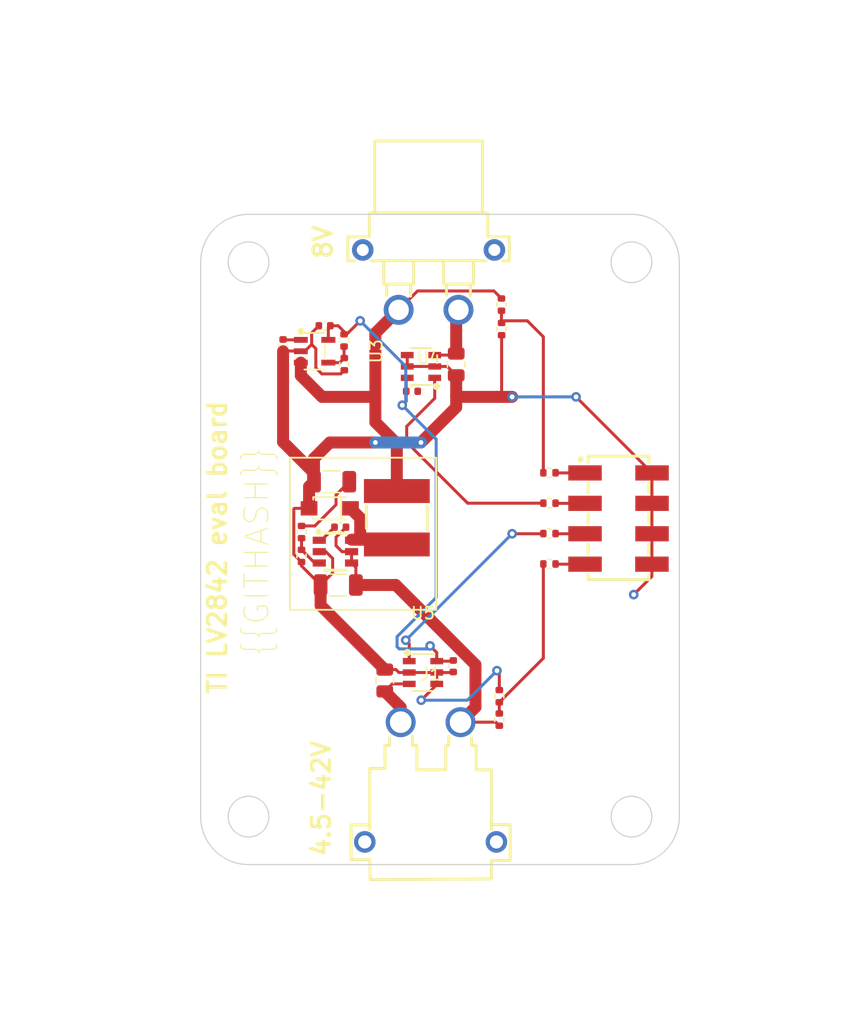
<source format=kicad_pcb>
(kicad_pcb (version 20221018) (generator pcbnew)
  (layers (0 "F.Cu" signal) (31 "B.Cu" signal) (34 "B.Paste" user) (35 "F.Paste" user) (36 "B.SilkS" user "B.Silkscreen") (37 "F.SilkS" user "F.Silkscreen") (38 "B.Mask" user) (39 "F.Mask" user) (44 "Edge.Cuts" user))
  (net 0 "")
  (net 1 "gnd")
  (net 2 "SW")
  (net 3 "vcc-1")
  (net 4 "vcc")
  (net 5 "vcc-2")
  (net 6 "gnd-1")
  (net 7 "vcc-3")
  (net 8 "gnd-2")
  (net 9 "io-3")
  (net 10 "io-4")
  (net 11 "io")
  (net 12 "io-1")
  (net 13 "_1")
  (net 14 "io-2")
  (net 15 "_3")
  (net 16 "_5")
  (net 17 "_7")
  (net 18 "io-5")
  (footprint "lib:C1206" (layer "F.Cu") (at 128.274036 102.110573 180)
    (fp_text reference "C2" hide)
    (fp_text value "Multilayer Ceramic Capacitors MLCC - SMD/SMT 4.7uF 50V 1206 RoHS")
    (fp_line (start -0.711252 -0.91) (end 0.711252 -0.91) (stroke (width 0.12)) (layer "F.SilkS"))
    (fp_line (start -0.711252 0.91) (end 0.711252 0.91) (stroke (width 0.12)) (layer "F.SilkS"))
    (pad "1" smd roundrect (at -1.475 0 180) (size 1.15 1.8) (layers "F.Cu" "F.Paste" "F.Mask") (roundrect_rratio 0.217391) (net 3 "vcc-1"))
    (pad "2" smd roundrect (at 1.475 0 180) (size 1.15 1.8) (layers "F.Cu" "F.Paste" "F.Mask") (roundrect_rratio 0.217391) (net 1 "gnd"))
  )
  (footprint "lib:SOT-23-5_L3.0-W1.7-P0.95-LS2.8-BL" (layer "F.Cu") (at 126.849002 91.216682 -90)
    (fp_text reference "U3" (at 0 -5.15 -90) (layer "F.SilkS"))
    (fp_text value "")
    (fp_line (start -1.53 0.85) (end -1.53 -0.85) (stroke (width 0.15)) (layer "F.SilkS"))
    (fp_line (start 0.48 -0.85) (end -0.48 -0.85) (stroke (width 0.15)) (layer "F.SilkS"))
    (fp_line (start 1.53 0.85) (end 1.53 -0.85) (stroke (width 0.15)) (layer "F.SilkS"))
    (fp_circle (center -1.65 1.14) (end -1.5 1.14) (stroke (width 0.3)) (fill none) (layer "F.SilkS"))
    (pad "1" smd rect (at -0.95 1.15 270) (size 0.49 1.16) (layers "F.Cu" "F.Paste" "F.Mask") (net 3 "vcc-1"))
    (pad "2" smd rect (at 0 1.15 270) (size 0.49 1.16) (layers "F.Cu" "F.Paste" "F.Mask") (net 1 "gnd"))
    (pad "3" smd rect (at 0.95 1.15 270) (size 0.49 1.16) (layers "F.Cu" "F.Paste" "F.Mask") (net 3 "vcc-1"))
    (pad "4" smd rect (at 0.95 -1.15 270) (size 0.49 1.18) (layers "F.Cu" "F.Paste" "F.Mask") (net 18 "io-5"))
    (pad "5" smd rect (at -0.95 -1.15 270) (size 0.49 1.18) (layers "F.Cu" "F.Paste" "F.Mask") (net 7 "vcc-3"))
  )
  (footprint "lib:R0402" (layer "F.Cu") (at 142.285961 120.018202 90)
    (fp_text reference "R12" hide)
    (fp_text value "Chip Resistor - Surface Mount 10KOhms ±5% 1/16W 0402 RoHS")
    (fp_line (start -0.153641 -0.38) (end 0.153641 -0.38) (stroke (width 0.12)) (layer "F.SilkS"))
    (fp_line (start -0.153641 0.38) (end 0.153641 0.38) (stroke (width 0.12)) (layer "F.SilkS"))
    (pad "1" smd roundrect (at -0.51 0 90) (size 0.54 0.64) (layers "F.Cu" "F.Paste" "F.Mask") (net 10 "io-4"))
    (pad "2" smd roundrect (at 0.51 0 90) (size 0.54 0.64) (layers "F.Cu" "F.Paste" "F.Mask") (net 1 "gnd"))
  )
  (footprint "lib:R0402" (layer "F.Cu") (at 142.478485 89.366106 -90)
    (fp_text reference "R14" hide)
    (fp_text value "Chip Resistor - Surface Mount 10KOhms ±5% 1/16W 0402 RoHS")
    (fp_line (start -0.153641 -0.38) (end 0.153641 -0.38) (stroke (width 0.12)) (layer "F.SilkS"))
    (fp_line (start -0.153641 0.38) (end 0.153641 0.38) (stroke (width 0.12)) (layer "F.SilkS"))
    (pad "1" smd roundrect (at -0.51 0 270) (size 0.54 0.64) (layers "F.Cu" "F.Paste" "F.Mask") (net 12 "io-1"))
    (pad "2" smd roundrect (at 0.51 0 270) (size 0.54 0.64) (layers "F.Cu" "F.Paste" "F.Mask") (net 1 "gnd"))
  )
  (footprint "lib:R0402" (layer "F.Cu") (at 142.465672 87.322705 -90)
    (fp_text reference "R13" hide)
    (fp_text value "Chip Resistor - Surface Mount 20KOhms ±5% 1/16W 0402 RoHS")
    (fp_line (start -0.153641 -0.38) (end 0.153641 -0.38) (stroke (width 0.12)) (layer "F.SilkS"))
    (fp_line (start -0.153641 0.38) (end 0.153641 0.38) (stroke (width 0.12)) (layer "F.SilkS"))
    (pad "1" smd roundrect (at -0.51 0 270) (size 0.54 0.64) (layers "F.Cu" "F.Paste" "F.Mask") (net 3 "vcc-1"))
    (pad "2" smd roundrect (at 0.51 0 270) (size 0.54 0.64) (layers "F.Cu" "F.Paste" "F.Mask") (net 12 "io-1"))
  )
  (footprint "lib:C0402" (layer "F.Cu") (at 128.993672 105.90712)
    (fp_text reference "C3" hide)
    (fp_text value "Multilayer Ceramic Capacitors MLCC - SMD/SMT 220nF 25V 0402 RoHS")
    (fp_line (start -0.107836 -0.36) (end 0.107836 -0.36) (stroke (width 0.12)) (layer "F.SilkS"))
    (fp_line (start -0.107836 0.36) (end 0.107836 0.36) (stroke (width 0.12)) (layer "F.SilkS"))
    (pad "1" smd roundrect (at -0.48 0) (size 0.56 0.62) (layers "F.Cu" "F.Paste" "F.Mask") (net 5 "vcc-2"))
    (pad "2" smd roundrect (at 0.48 0) (size 0.56 0.62) (layers "F.Cu" "F.Paste" "F.Mask") (net 4 "vcc"))
  )
  (footprint "lib:HDR-SMD_8P-P2.54-V-M-R2-C4-LS7.4" (layer "F.Cu") (at 152.249002 105.186682 -90)
    (fp_text reference "U2" hide)
    (fp_text value "")
    (fp_line (start -5.21 -2.54) (end -5.21 2.54) (stroke (width 0.25)) (layer "F.SilkS"))
    (fp_line (start -5.21 -2.54) (end -4.68 -2.54) (stroke (width 0.25)) (layer "F.SilkS"))
    (fp_line (start -5.21 2.54) (end -4.68 2.54) (stroke (width 0.25)) (layer "F.SilkS"))
    (fp_line (start -2.94 -2.54) (end -2.14 -2.54) (stroke (width 0.25)) (layer "F.SilkS"))
    (fp_line (start -2.94 2.54) (end -2.14 2.54) (stroke (width 0.25)) (layer "F.SilkS"))
    (fp_line (start -0.4 -2.54) (end 0.4 -2.54) (stroke (width 0.25)) (layer "F.SilkS"))
    (fp_line (start -0.4 2.54) (end 0.4 2.54) (stroke (width 0.25)) (layer "F.SilkS"))
    (fp_line (start 2.14 -2.54) (end 2.94 -2.54) (stroke (width 0.25)) (layer "F.SilkS"))
    (fp_line (start 2.14 2.54) (end 2.94 2.54) (stroke (width 0.25)) (layer "F.SilkS"))
    (fp_line (start 4.68 2.54) (end 5.1 2.54) (stroke (width 0.25)) (layer "F.SilkS"))
    (fp_line (start 5.1 -2.54) (end 4.68 -2.54) (stroke (width 0.25)) (layer "F.SilkS"))
    (fp_line (start 5.1 2.54) (end 5.1 -2.54) (stroke (width 0.25)) (layer "F.SilkS"))
    (fp_circle (center -4.95 3.17) (end -4.82 3.17) (stroke (width 0.25)) (fill none) (layer "F.SilkS"))
    (pad "1" smd rect (at -3.81 2.8 270) (size 1.27 2.8) (layers "F.Cu" "F.Paste" "F.Mask") (net 13 "_1"))
    (pad "2" smd rect (at -3.81 -2.8 270) (size 1.27 2.8) (layers "F.Cu" "F.Paste" "F.Mask") (net 1 "gnd"))
    (pad "3" smd rect (at -1.27 2.8 270) (size 1.27 2.8) (layers "F.Cu" "F.Paste" "F.Mask") (net 15 "_3"))
    (pad "4" smd rect (at -1.27 -2.8 270) (size 1.27 2.8) (layers "F.Cu" "F.Paste" "F.Mask") (net 1 "gnd"))
    (pad "5" smd rect (at 1.27 2.8 270) (size 1.27 2.8) (layers "F.Cu" "F.Paste" "F.Mask") (net 16 "_5"))
    (pad "6" smd rect (at 1.27 -2.8 270) (size 1.27 2.8) (layers "F.Cu" "F.Paste" "F.Mask") (net 1 "gnd"))
    (pad "7" smd rect (at 3.81 2.8 270) (size 1.27 2.8) (layers "F.Cu" "F.Paste" "F.Mask") (net 17 "_7"))
    (pad "8" smd rect (at 3.81 -2.79 270) (size 1.27 2.8) (layers "F.Cu" "F.Paste" "F.Mask") (net 1 "gnd"))
  )
  (footprint "lib:C0402" (layer "F.Cu") (at 127.68433 89.087906 180)
    (fp_text reference "C5" hide)
    (fp_text value "Multilayer Ceramic Capacitors MLCC - SMD/SMT 1uF 6.3V 0402 RoHS")
    (fp_line (start -0.107836 -0.36) (end 0.107836 -0.36) (stroke (width 0.12)) (layer "F.SilkS"))
    (fp_line (start -0.107836 0.36) (end 0.107836 0.36) (stroke (width 0.12)) (layer "F.SilkS"))
    (pad "1" smd roundrect (at -0.48 0 180) (size 0.56 0.62) (layers "F.Cu" "F.Paste" "F.Mask") (net 7 "vcc-3"))
    (pad "2" smd roundrect (at 0.48 0 180) (size 0.56 0.62) (layers "F.Cu" "F.Paste" "F.Mask") (net 1 "gnd"))
  )
  (footprint "lib:R0402" (layer "F.Cu") (at 146.475843 103.903093)
    (fp_text reference "R4" hide)
    (fp_text value "Chip Resistor - Surface Mount 1KOhms ±5% 1/16W 0402 RoHS")
    (fp_line (start -0.153641 -0.38) (end 0.153641 -0.38) (stroke (width 0.12)) (layer "F.SilkS"))
    (fp_line (start -0.153641 0.38) (end 0.153641 0.38) (stroke (width 0.12)) (layer "F.SilkS"))
    (pad "1" smd roundrect (at -0.51 0) (size 0.54 0.64) (layers "F.Cu" "F.Paste" "F.Mask") (net 14 "io-2"))
    (pad "2" smd roundrect (at 0.51 0) (size 0.54 0.64) (layers "F.Cu" "F.Paste" "F.Mask") (net 15 "_3"))
  )
  (footprint "lib:ato-2d2e488a-5f9f-46bd-846a-d9ea39a9e524" (layer "F.Cu") (at 133.721361 105.118639 -90)
    (fp_text reference "L1" hide)
    (fp_text value "1A 47uH ±20% SMD  Power Inductors ROHS")
    (fp_line (start -1.02 -2.54) (end 1.02 -2.54) (stroke (width 0.25)) (layer "F.SilkS"))
    (fp_line (start -1.02 2.54) (end 0.89 2.54) (stroke (width 0.25)) (layer "F.SilkS"))
    (pad "1" smd rect (at 2.23 0 270) (size 2 5.5) (layers "F.Cu" "F.Paste" "F.Mask") (net 2 "SW"))
    (pad "2" smd rect (at -2.23 0 270) (size 2 5.5) (layers "F.Cu" "F.Paste" "F.Mask") (net 3 "vcc-1"))
  )
  (footprint "lib:C1206" (layer "F.Cu") (at 128.823768 110.735038 180)
    (fp_text reference "C1" hide)
    (fp_text value "Multilayer Ceramic Capacitors MLCC - SMD/SMT 4.7uF 50V 1206 RoHS")
    (fp_line (start -0.711252 -0.91) (end 0.711252 -0.91) (stroke (width 0.12)) (layer "F.SilkS"))
    (fp_line (start -0.711252 0.91) (end 0.711252 0.91) (stroke (width 0.12)) (layer "F.SilkS"))
    (pad "1" smd roundrect (at -1.475 0 180) (size 1.15 1.8) (layers "F.Cu" "F.Paste" "F.Mask") (roundrect_rratio 0.217391) (net 4 "vcc"))
    (pad "2" smd roundrect (at 1.475 0 180) (size 1.15 1.8) (layers "F.Cu" "F.Paste" "F.Mask") (roundrect_rratio 0.217391) (net 1 "gnd"))
  )
  (footprint "lib:R0402" (layer "F.Cu") (at 142.285961 121.974585 90)
    (fp_text reference "R11" hide)
    (fp_text value "Chip Resistor - Surface Mount 20KOhms ±5% 1/16W 0402 RoHS")
    (fp_line (start -0.153641 -0.38) (end 0.153641 -0.38) (stroke (width 0.12)) (layer "F.SilkS"))
    (fp_line (start -0.153641 0.38) (end 0.153641 0.38) (stroke (width 0.12)) (layer "F.SilkS"))
    (pad "1" smd roundrect (at -0.51 0 90) (size 0.54 0.64) (layers "F.Cu" "F.Paste" "F.Mask") (net 4 "vcc"))
    (pad "2" smd roundrect (at 0.51 0 90) (size 0.54 0.64) (layers "F.Cu" "F.Paste" "F.Mask") (net 10 "io-4"))
  )
  (footprint "lib:CONN-TH_XT30PW-M" (layer "F.Cu") (at 136.543694 127.187873)
    (fp_text reference "J1" (at 0 -9) (layer "F.SilkS"))
    (fp_text value "")
    (fp_line (start -6.65 3.58) (end -6.65 6.48) (stroke (width 0.25)) (layer "F.SilkS"))
    (fp_line (start -6.65 3.58) (end -5.08 3.58) (stroke (width 0.25)) (layer "F.SilkS"))
    (fp_line (start -6.65 6.48) (end -5.08 6.48) (stroke (width 0.25)) (layer "F.SilkS"))
    (fp_line (start -5.08 -1.14) (end -5.08 -0.05) (stroke (width 0.25)) (layer "F.SilkS"))
    (fp_line (start -5.08 3.95) (end -5.08 -0.05) (stroke (width 0.25)) (layer "F.SilkS"))
    (fp_line (start -5.08 6.48) (end -5.05 8.15) (stroke (width 0.25)) (layer "F.SilkS"))
    (fp_line (start -5.05 8.15) (end 5.08 8.09) (stroke (width 0.25)) (layer "F.SilkS"))
    (fp_line (start -3.81 -3.05) (end -3.81 -1.14) (stroke (width 0.25)) (layer "F.SilkS"))
    (fp_line (start -3.81 -1.14) (end -5.08 -1.14) (stroke (width 0.25)) (layer "F.SilkS"))
    (fp_line (start -3.43 -3.68) (end -3.43 -3.05) (stroke (width 0.25)) (layer "F.SilkS"))
    (fp_line (start -3.43 -3.05) (end -3.81 -3.05) (stroke (width 0.25)) (layer "F.SilkS"))
    (fp_line (start -1.52 -3.81) (end -1.52 -3.05) (stroke (width 0.25)) (layer "F.SilkS"))
    (fp_line (start -1.52 -3.05) (end -1.14 -3.05) (stroke (width 0.25)) (layer "F.SilkS"))
    (fp_line (start -1.14 -3.05) (end -1.14 -1.02) (stroke (width 0.25)) (layer "F.SilkS"))
    (fp_line (start -1.14 -1.02) (end 1.27 -1.02) (stroke (width 0.25)) (layer "F.SilkS"))
    (fp_line (start 1.27 -3.05) (end 1.52 -3.05) (stroke (width 0.25)) (layer "F.SilkS"))
    (fp_line (start 1.27 -1.02) (end 1.27 -3.05) (stroke (width 0.25)) (layer "F.SilkS"))
    (fp_line (start 1.52 -3.05) (end 1.52 -3.81) (stroke (width 0.25)) (layer "F.SilkS"))
    (fp_line (start 3.43 -3.68) (end 3.43 -3.05) (stroke (width 0.25)) (layer "F.SilkS"))
    (fp_line (start 3.43 -3.05) (end 3.81 -3.05) (stroke (width 0.25)) (layer "F.SilkS"))
    (fp_line (start 3.81 -3.05) (end 3.81 -1.02) (stroke (width 0.25)) (layer "F.SilkS"))
    (fp_line (start 3.81 -1.02) (end 5.08 -1.02) (stroke (width 0.25)) (layer "F.SilkS"))
    (fp_line (start 5.08 -1.02) (end 5.08 -0.05) (stroke (width 0.25)) (layer "F.SilkS"))
    (fp_line (start 5.08 3.56) (end 6.65 3.56) (stroke (width 0.25)) (layer "F.SilkS"))
    (fp_line (start 5.08 3.95) (end 5.08 -0.05) (stroke (width 0.25)) (layer "F.SilkS"))
    (fp_line (start 5.08 6.55) (end 6.65 6.55) (stroke (width 0.25)) (layer "F.SilkS"))
    (fp_line (start 5.08 8.09) (end 5.08 6.55) (stroke (width 0.25)) (layer "F.SilkS"))
    (fp_line (start 6.65 3.56) (end 6.65 6.55) (stroke (width 0.25)) (layer "F.SilkS"))
    (pad "1" thru_hole circle (at -2.5 -5) (size 2.5 2.5) (drill 1.799996) (layers "*.Cu" "*.Mask") (net 6 "gnd-1"))
    (pad "2" thru_hole circle (at 2.5 -5) (size 2.5 2.5) (drill 1.799996) (layers "*.Cu" "*.Mask") (net 4 "vcc"))
    (pad "3" thru_hole circle (at 5.5 5) (size 1.8 1.8) (drill 1.100023) (layers "*.Cu" "*.Mask"))
    (pad "4" thru_hole circle (at -5.5 5) (size 1.8 1.8) (drill 1.100023) (layers "*.Cu" "*.Mask"))
  )
  (footprint "lib:R0402" (layer "F.Cu") (at 129.33152 92.29768 -90)
    (fp_text reference "R8" hide)
    (fp_text value "Chip Resistor - Surface Mount 10KOhms ±5% 1/16W 0402 RoHS")
    (fp_line (start -0.153641 -0.38) (end 0.153641 -0.38) (stroke (width 0.12)) (layer "F.SilkS"))
    (fp_line (start -0.153641 0.38) (end 0.153641 0.38) (stroke (width 0.12)) (layer "F.SilkS"))
    (pad "1" smd roundrect (at -0.51 0 270) (size 0.54 0.64) (layers "F.Cu" "F.Paste" "F.Mask") (net 18 "io-5"))
    (pad "2" smd roundrect (at 0.51 0 270) (size 0.54 0.64) (layers "F.Cu" "F.Paste" "F.Mask") (net 1 "gnd"))
  )
  (footprint "lib:SOT-23-6_L2.9-W1.6-P0.95-LS2.8-TL" (layer "F.Cu") (at 135.739002 92.486682 180)
    (fp_text reference "U6" hide)
    (fp_text value "")
    (fp_line (start -0.89 -1.54) (end 0.89 -1.54) (stroke (width 0.15)) (layer "F.SilkS"))
    (fp_line (start -0.89 1.54) (end 0.89 1.54) (stroke (width 0.15)) (layer "F.SilkS"))
    (fp_circle (center -1.3 -1.67) (end -1.15 -1.67) (stroke (width 0.3)) (fill none) (layer "F.SilkS"))
    (pad "1" smd rect (at -1.15 -0.95 90) (size 0.53 1.07) (layers "F.Cu" "F.Paste" "F.Mask") (net 14 "io-2"))
    (pad "2" smd rect (at -1.15 0 90) (size 0.53 1.07) (layers "F.Cu" "F.Paste" "F.Mask") (net 1 "gnd"))
    (pad "3" smd rect (at -1.15 0.95 90) (size 0.53 1.07) (layers "F.Cu" "F.Paste" "F.Mask") (net 8 "gnd-2"))
    (pad "4" smd rect (at 1.15 0.95 90) (size 0.53 1.07) (layers "F.Cu" "F.Paste" "F.Mask") (net 1 "gnd"))
    (pad "5" smd rect (at 1.15 0 90) (size 0.53 1.07) (layers "F.Cu" "F.Paste" "F.Mask") (net 1 "gnd"))
    (pad "6" smd rect (at 1.15 -0.95 90) (size 0.53 1.07) (layers "F.Cu" "F.Paste" "F.Mask") (net 7 "vcc-3"))
  )
  (footprint "lib:ato-d7ff14dd-2a74-44cb-99b3-1745d3b17ea0" (layer "F.Cu") (at 128.118104 104.33261 180)
    (fp_text reference "DS1" hide)
    (fp_text value "40V 0.55V@2A 2A SOD-123F  Schottky Barrier Diodes (SBD) ROHS")
    (fp_line (start -1.38 -0.93) (end 1.38 -0.93) (stroke (width 0.15)) (layer "F.SilkS"))
    (fp_line (start -1.38 0.93) (end 1.38 0.93) (stroke (width 0.15)) (layer "F.SilkS"))
    (fp_line (start -0.92 -0.88) (end -0.92 0.88) (stroke (width 0.15)) (layer "F.SilkS"))
    (fp_line (start 1.38 -0.93) (end 1.38 -0.73) (stroke (width 0.15)) (layer "F.SilkS"))
    (fp_line (start 1.38 0.93) (end 1.38 0.73) (stroke (width 0.15)) (layer "F.SilkS"))
    (pad "1" smd rect (at -1.73 0 180) (size 1.4 1.2) (layers "F.Cu" "F.Paste" "F.Mask") (net 2 "SW"))
    (pad "2" smd rect (at 1.73 0 180) (size 1.4 1.2) (layers "F.Cu" "F.Paste" "F.Mask") (net 1 "gnd"))
  )
  (footprint "lib:SOT-23-6_L2.9-W1.6-P0.95-LS2.8-BR" (layer "F.Cu") (at 128.59 107.95 180)
    (fp_text reference "U1" hide)
    (fp_text value "")
    (fp_line (start -0.9 -1.55) (end 0.9 -1.55) (stroke (width 0.25)) (layer "F.SilkS"))
    (fp_line (start -0.9 1.55) (end 0.9 1.55) (stroke (width 0.25)) (layer "F.SilkS"))
    (fp_circle (center 1.4 1.65) (end 1.53 1.65) (stroke (width 0.25)) (fill none) (layer "F.SilkS"))
    (pad "1" smd rect (at 1.35 0.95 180) (size 1.1 0.6) (layers "F.Cu" "F.Paste" "F.Mask") (net 5 "vcc-2"))
    (pad "2" smd rect (at 1.35 0 180) (size 1.1 0.6) (layers "F.Cu" "F.Paste" "F.Mask") (net 1 "gnd"))
    (pad "3" smd rect (at 1.35 -0.95 180) (size 1.1 0.6) (layers "F.Cu" "F.Paste" "F.Mask") (net 11 "io"))
    (pad "4" smd rect (at -1.35 -0.95 180) (size 1.1 0.6) (layers "F.Cu" "F.Paste" "F.Mask") (net 4 "vcc"))
    (pad "5" smd rect (at -1.35 0 180) (size 1.1 0.6) (layers "F.Cu" "F.Paste" "F.Mask") (net 4 "vcc"))
    (pad "6" smd rect (at -1.35 0.95 180) (size 1.1 0.6) (layers "F.Cu" "F.Paste" "F.Mask") (net 2 "SW"))
  )
  (footprint "lib:C0402" (layer "F.Cu") (at 124.215336 90.715643 -90)
    (fp_text reference "C4" hide)
    (fp_text value "Multilayer Ceramic Capacitors MLCC - SMD/SMT 1uF 6.3V 0402 RoHS")
    (fp_line (start -0.107836 -0.36) (end 0.107836 -0.36) (stroke (width 0.12)) (layer "F.SilkS"))
    (fp_line (start -0.107836 0.36) (end 0.107836 0.36) (stroke (width 0.12)) (layer "F.SilkS"))
    (pad "1" smd roundrect (at -0.48 0 270) (size 0.56 0.62) (layers "F.Cu" "F.Paste" "F.Mask") (net 3 "vcc-1"))
    (pad "2" smd roundrect (at 0.48 0 270) (size 0.56 0.62) (layers "F.Cu" "F.Paste" "F.Mask") (net 1 "gnd"))
  )
  (footprint "lib:SOT-23-6_L2.9-W1.6-P0.95-LS2.8-TL" (layer "F.Cu") (at 135.906799 118.043383)
    (fp_text reference "U5" (at 0 -4.95) (layer "F.SilkS"))
    (fp_text value "")
    (fp_line (start -0.89 -1.54) (end 0.89 -1.54) (stroke (width 0.15)) (layer "F.SilkS"))
    (fp_line (start -0.89 1.54) (end 0.89 1.54) (stroke (width 0.15)) (layer "F.SilkS"))
    (fp_circle (center -1.3 -1.67) (end -1.15 -1.67) (stroke (width 0.3)) (fill none) (layer "F.SilkS"))
    (pad "1" smd rect (at -1.15 -0.95 270) (size 0.53 1.07) (layers "F.Cu" "F.Paste" "F.Mask") (net 9 "io-3"))
    (pad "2" smd rect (at -1.15 0 270) (size 0.53 1.07) (layers "F.Cu" "F.Paste" "F.Mask") (net 1 "gnd"))
    (pad "3" smd rect (at -1.15 0.95 270) (size 0.53 1.07) (layers "F.Cu" "F.Paste" "F.Mask") (net 6 "gnd-1"))
    (pad "4" smd rect (at 1.15 0.95 270) (size 0.53 1.07) (layers "F.Cu" "F.Paste" "F.Mask") (net 1 "gnd"))
    (pad "5" smd rect (at 1.15 0 270) (size 0.53 1.07) (layers "F.Cu" "F.Paste" "F.Mask") (net 1 "gnd"))
    (pad "6" smd rect (at 1.15 -0.95 270) (size 0.53 1.07) (layers "F.Cu" "F.Paste" "F.Mask") (net 7 "vcc-3"))
  )
  (footprint "lib:C0402" (layer "F.Cu") (at 138.440226 117.51645 -90)
    (fp_text reference "C6" hide)
    (fp_text value "Multilayer Ceramic Capacitors MLCC - SMD/SMT 100nF 10V 0402 RoHS")
    (fp_line (start -0.107836 -0.36) (end 0.107836 -0.36) (stroke (width 0.12)) (layer "F.SilkS"))
    (fp_line (start -0.107836 0.36) (end 0.107836 0.36) (stroke (width 0.12)) (layer "F.SilkS"))
    (pad "1" smd roundrect (at -0.48 0 270) (size 0.56 0.62) (layers "F.Cu" "F.Paste" "F.Mask") (net 7 "vcc-3"))
    (pad "2" smd roundrect (at 0.48 0 270) (size 0.56 0.62) (layers "F.Cu" "F.Paste" "F.Mask") (net 1 "gnd"))
  )
  (footprint "lib:R0402" (layer "F.Cu") (at 125.757266 106.312903 -90)
    (fp_text reference "R1" hide)
    (fp_text value "Chip Resistor - Surface Mount 82KOhms ±5% 1/16W 0402 RoHS")
    (fp_line (start -0.153641 -0.38) (end 0.153641 -0.38) (stroke (width 0.12)) (layer "F.SilkS"))
    (fp_line (start -0.153641 0.38) (end 0.153641 0.38) (stroke (width 0.12)) (layer "F.SilkS"))
    (pad "1" smd roundrect (at -0.51 0 270) (size 0.54 0.64) (layers "F.Cu" "F.Paste" "F.Mask") (net 3 "vcc-1"))
    (pad "2" smd roundrect (at 0.51 0 270) (size 0.54 0.64) (layers "F.Cu" "F.Paste" "F.Mask") (net 11 "io"))
  )
  (footprint "lib:R0805" (layer "F.Cu") (at 132.713515 118.709515 90)
    (fp_text reference "R9" hide)
    (fp_text value "Chip Resistor - Surface Mount 0.18Ohms ±5% 1/8W 0805 RoHS")
    (fp_line (start -0.227064 -0.735) (end 0.227064 -0.735) (stroke (width 0.12)) (layer "F.SilkS"))
    (fp_line (start -0.227064 0.735) (end 0.227064 0.735) (stroke (width 0.12)) (layer "F.SilkS"))
    (pad "1" smd roundrect (at -0.9125 0 90) (size 1.025 1.4) (layers "F.Cu" "F.Paste" "F.Mask") (roundrect_rratio 0.243902) (net 6 "gnd-1"))
    (pad "2" smd roundrect (at 0.9125 0 90) (size 1.025 1.4) (layers "F.Cu" "F.Paste" "F.Mask") (roundrect_rratio 0.243902) (net 1 "gnd"))
  )
  (footprint "lib:R0402" (layer "F.Cu") (at 146.475843 101.365364)
    (fp_text reference "R3" hide)
    (fp_text value "Chip Resistor - Surface Mount 1KOhms ±5% 1/16W 0402 RoHS")
    (fp_line (start -0.153641 -0.38) (end 0.153641 -0.38) (stroke (width 0.12)) (layer "F.SilkS"))
    (fp_line (start -0.153641 0.38) (end 0.153641 0.38) (stroke (width 0.12)) (layer "F.SilkS"))
    (pad "1" smd roundrect (at -0.51 0) (size 0.54 0.64) (layers "F.Cu" "F.Paste" "F.Mask") (net 12 "io-1"))
    (pad "2" smd roundrect (at 0.51 0) (size 0.54 0.64) (layers "F.Cu" "F.Paste" "F.Mask") (net 13 "_1"))
  )
  (footprint "lib:C0402" (layer "F.Cu") (at 134.985481 94.558543)
    (fp_text reference "C7" hide)
    (fp_text value "Multilayer Ceramic Capacitors MLCC - SMD/SMT 100nF 10V 0402 RoHS")
    (fp_line (start -0.107836 -0.36) (end 0.107836 -0.36) (stroke (width 0.12)) (layer "F.SilkS"))
    (fp_line (start -0.107836 0.36) (end 0.107836 0.36) (stroke (width 0.12)) (layer "F.SilkS"))
    (pad "1" smd roundrect (at -0.48 0) (size 0.56 0.62) (layers "F.Cu" "F.Paste" "F.Mask") (net 7 "vcc-3"))
    (pad "2" smd roundrect (at 0.48 0) (size 0.56 0.62) (layers "F.Cu" "F.Paste" "F.Mask") (net 1 "gnd"))
  )
  (footprint "lib:R0402" (layer "F.Cu") (at 129.312067 90.313456 -90)
    (fp_text reference "R7" hide)
    (fp_text value "Chip Resistor - Surface Mount 18KOhms ±5% 1/16W 0402 RoHS")
    (fp_line (start -0.153641 -0.38) (end 0.153641 -0.38) (stroke (width 0.12)) (layer "F.SilkS"))
    (fp_line (start -0.153641 0.38) (end 0.153641 0.38) (stroke (width 0.12)) (layer "F.SilkS"))
    (pad "1" smd roundrect (at -0.51 0 270) (size 0.54 0.64) (layers "F.Cu" "F.Paste" "F.Mask") (net 7 "vcc-3"))
    (pad "2" smd roundrect (at 0.51 0 270) (size 0.54 0.64) (layers "F.Cu" "F.Paste" "F.Mask") (net 18 "io-5"))
  )
  (footprint "lib:R0402" (layer "F.Cu") (at 146.475843 106.440822)
    (fp_text reference "R5" hide)
    (fp_text value "Chip Resistor - Surface Mount 1KOhms ±5% 1/16W 0402 RoHS")
    (fp_line (start -0.153641 -0.38) (end 0.153641 -0.38) (stroke (width 0.12)) (layer "F.SilkS"))
    (fp_line (start -0.153641 0.38) (end 0.153641 0.38) (stroke (width 0.12)) (layer "F.SilkS"))
    (pad "1" smd roundrect (at -0.51 0) (size 0.54 0.64) (layers "F.Cu" "F.Paste" "F.Mask") (net 9 "io-3"))
    (pad "2" smd roundrect (at 0.51 0) (size 0.54 0.64) (layers "F.Cu" "F.Paste" "F.Mask") (net 16 "_5"))
  )
  (footprint "lib:R0805" (layer "F.Cu") (at 138.683086 92.318321 -90)
    (fp_text reference "R10" hide)
    (fp_text value "Chip Resistor - Surface Mount 0.18Ohms ±5% 1/8W 0805 RoHS")
    (fp_line (start -0.227064 -0.735) (end 0.227064 -0.735) (stroke (width 0.12)) (layer "F.SilkS"))
    (fp_line (start -0.227064 0.735) (end 0.227064 0.735) (stroke (width 0.12)) (layer "F.SilkS"))
    (pad "1" smd roundrect (at -0.9125 0 270) (size 1.025 1.4) (layers "F.Cu" "F.Paste" "F.Mask") (roundrect_rratio 0.243902) (net 8 "gnd-2"))
    (pad "2" smd roundrect (at 0.9125 0 270) (size 1.025 1.4) (layers "F.Cu" "F.Paste" "F.Mask") (roundrect_rratio 0.243902) (net 1 "gnd"))
  )
  (footprint "lib:R0402" (layer "F.Cu") (at 146.475843 108.978551)
    (fp_text reference "R6" hide)
    (fp_text value "Chip Resistor - Surface Mount 1KOhms ±5% 1/16W 0402 RoHS")
    (fp_line (start -0.153641 -0.38) (end 0.153641 -0.38) (stroke (width 0.12)) (layer "F.SilkS"))
    (fp_line (start -0.153641 0.38) (end 0.153641 0.38) (stroke (width 0.12)) (layer "F.SilkS"))
    (pad "1" smd roundrect (at -0.51 0) (size 0.54 0.64) (layers "F.Cu" "F.Paste" "F.Mask") (net 10 "io-4"))
    (pad "2" smd roundrect (at 0.51 0) (size 0.54 0.64) (layers "F.Cu" "F.Paste" "F.Mask") (net 17 "_7"))
  )
  (footprint "lib:CONN-TH_XT30PW-F-1" (layer "F.Cu") (at 136.373999 85.260358 180)
    (fp_text reference "U4" (at 0 -6.5 180) (layer "F.SilkS"))
    (fp_text value "")
    (fp_line (start -6.75 1.6) (end -6.75 3.6) (stroke (width 0.25)) (layer "F.SilkS"))
    (fp_line (start -6.75 3.6) (end -4.95 3.6) (stroke (width 0.25)) (layer "F.SilkS"))
    (fp_line (start -6.18 1.6) (end -6.75 1.6) (stroke (width 0.25)) (layer "F.SilkS"))
    (fp_line (start -4.95 5.6) (end -4.95 3.6) (stroke (width 0.25)) (layer "F.SilkS"))
    (fp_line (start -4.81 1.6) (end 4.82 1.6) (stroke (width 0.25)) (layer "F.SilkS"))
    (fp_line (start -4.5 11.6) (end -4.5 5.6) (stroke (width 0.25)) (layer "F.SilkS"))
    (fp_line (start -4.5 11.6) (end 4.5 11.6) (stroke (width 0.25)) (layer "F.SilkS"))
    (fp_line (start -3.75 -0.35) (end -1.25 -0.35) (stroke (width 0.25)) (layer "F.SilkS"))
    (fp_line (start -3.75 1.6) (end -3.75 -0.35) (stroke (width 0.25)) (layer "F.SilkS"))
    (fp_line (start -3.5 -0.35) (end -3.5 -1.35) (stroke (width 0.25)) (layer "F.SilkS"))
    (fp_line (start -1.5 -0.35) (end -1.5 -1.29) (stroke (width 0.25)) (layer "F.SilkS"))
    (fp_line (start -1.25 1.6) (end -1.25 -0.35) (stroke (width 0.25)) (layer "F.SilkS"))
    (fp_line (start 1.25 -0.35) (end 3.75 -0.35) (stroke (width 0.25)) (layer "F.SilkS"))
    (fp_line (start 1.25 1.6) (end 1.25 -0.35) (stroke (width 0.25)) (layer "F.SilkS"))
    (fp_line (start 1.5 -0.35) (end 1.5 -1.35) (stroke (width 0.25)) (layer "F.SilkS"))
    (fp_line (start 3.5 -0.35) (end 3.5 -1.29) (stroke (width 0.25)) (layer "F.SilkS"))
    (fp_line (start 3.75 1.6) (end 3.75 -0.35) (stroke (width 0.25)) (layer "F.SilkS"))
    (fp_line (start 4.5 11.6) (end 4.5 5.6) (stroke (width 0.25)) (layer "F.SilkS"))
    (fp_line (start 4.95 5.6) (end -4.95 5.6) (stroke (width 0.25)) (layer "F.SilkS"))
    (fp_line (start 4.95 5.6) (end 4.95 3.6) (stroke (width 0.25)) (layer "F.SilkS"))
    (fp_line (start 6.19 1.6) (end 6.75 1.6) (stroke (width 0.25)) (layer "F.SilkS"))
    (fp_line (start 6.75 1.6) (end 6.75 3.6) (stroke (width 0.25)) (layer "F.SilkS"))
    (fp_line (start 6.75 3.6) (end 4.95 3.6) (stroke (width 0.25)) (layer "F.SilkS"))
    (pad "1" thru_hole circle (at -2.5 -2.5 180) (size 2.5 2.5) (drill 1.700022) (layers "*.Cu" "*.Mask") (net 8 "gnd-2"))
    (pad "2" thru_hole circle (at 2.5 -2.5 180) (size 2.5 2.5) (drill 1.700022) (layers "*.Cu" "*.Mask") (net 3 "vcc-1"))
    (pad "3" thru_hole circle (at 5.5 2.5 180) (size 1.8 1.8) (drill 0.999998) (layers "*.Cu" "*.Mask"))
    (pad "4" thru_hole circle (at -5.5 2.5 180) (size 1.8 1.8) (drill 0.999998) (layers "*.Cu" "*.Mask"))
  )
  (footprint "lib:R0402" (layer "F.Cu") (at 125.757266 108.30617 -90)
    (fp_text reference "R2" hide)
    (fp_text value "Chip Resistor - Surface Mount 11KOhms ±5% 1/16W 0402 RoHS")
    (fp_line (start -0.153641 -0.38) (end 0.153641 -0.38) (stroke (width 0.12)) (layer "F.SilkS"))
    (fp_line (start -0.153641 0.38) (end 0.153641 0.38) (stroke (width 0.12)) (layer "F.SilkS"))
    (pad "1" smd roundrect (at -0.51 0 270) (size 0.54 0.64) (layers "F.Cu" "F.Paste" "F.Mask") (net 11 "io"))
    (pad "2" smd roundrect (at 0.51 0 270) (size 0.54 0.64) (layers "F.Cu" "F.Paste" "F.Mask") (net 1 "gnd"))
  )
  (gr_rect (start 124.784119 100.106682) (end 137.009002 112.806682) (stroke (width 0.15)) (fill none) (layer "F.SilkS"))
  (gr_circle (center 121.329002 83.786682) (end 123.029002 83.786682) (stroke (width 0.1)) (fill none) (layer "Edge.Cuts"))
  (gr_circle (center 153.329002 130.076682) (end 155.029002 130.076682) (stroke (width 0.1)) (fill none) (layer "Edge.Cuts"))
  (gr_circle (center 153.329002 83.786682) (end 155.029002 83.786682) (stroke (width 0.1)) (fill none) (layer "Edge.Cuts"))
  (gr_arc (start 157.329002 130.076682) (mid 156.157429 132.905109) (end 153.329002 134.076682) (stroke (width 0.1)) (layer "Edge.Cuts"))
  (gr_arc (start 121.329002 134.076682) (mid 118.500575 132.905109) (end 117.329002 130.076682) (stroke (width 0.1)) (layer "Edge.Cuts"))
  (gr_line (start 157.329002 130.076682) (end 157.329002 83.786682) (stroke (width 0.1)) (layer "Edge.Cuts"))
  (gr_line (start 117.329002 83.786682) (end 117.329002 130.076682) (stroke (width 0.1)) (layer "Edge.Cuts"))
  (gr_arc (start 153.329002 79.786682) (mid 156.157429 80.958255) (end 157.329002 83.786682) (stroke (width 0.1)) (layer "Edge.Cuts"))
  (gr_line (start 153.329002 79.786682) (end 121.329002 79.786682) (stroke (width 0.1)) (layer "Edge.Cuts"))
  (gr_arc (start 117.329002 83.786682) (mid 118.500575 80.958255) (end 121.329002 79.786682) (stroke (width 0.1)) (layer "Edge.Cuts"))
  (gr_circle (center 121.329002 130.076682) (end 123.029002 130.076682) (stroke (width 0.1)) (fill none) (layer "Edge.Cuts"))
  (gr_line (start 121.329002 134.076682) (end 153.329002 134.076682) (stroke (width 0.1)) (layer "Edge.Cuts"))
  (gr_text "4.5-42V" (at 128.294906 133.55667 90) (layer "F.SilkS") (effects (font (size 1.5 1.5) (thickness 0.3) bold) (justify left bottom)))
  (gr_text "TI LV2842 eval board" (at 119.593142 120.006955 90) (layer "F.SilkS") (effects (font (size 1.5 1.5) (thickness 0.3) bold) (justify left bottom)))
  (gr_text "{{GITHASH}}" (at 123.19 116.84 90) (layer "F.SilkS") (effects (font (size 2 2) (thickness 0.1)) (justify left bottom)))
  (gr_text "8V" (at 128.43511 83.656461 90) (layer "F.SilkS") (effects (font (size 1.5 1.5) (thickness 0.3) bold) (justify left bottom)))
  (segment (start 128.119002 98.836682) (end 131.929002 98.836682) (width 1) (layer "F.Cu") (net 1))
  (segment (start 125.112266 108.17117) (end 125.112266 104.383418) (width 0.25) (layer "F.Cu") (net 1))
  (segment (start 128.358346 108.518346) (end 128.358346 109.72546) (width 0.25) (layer "F.Cu") (net 1))
  (segment (start 155.039002 108.996682) (end 155.039002 110.016682) (width 0.25) (layer "F.Cu") (net 1))
  (segment (start 125.757266 108.81617) (end 125.757266 109.143536) (width 0.25) (layer "F.Cu") (net 1))
  (segment (start 134.756799 118.043383) (end 138.393293 118.043383) (width 0.25) (layer "F.Cu") (net 1))
  (segment (start 142.089002 95.026682) (end 143.359002 95.026682) (width 1) (layer "F.Cu") (net 1))
  (segment (start 138.683086 93.230821) (end 138.683086 95.026682) (width 1) (layer "F.Cu") (net 1))
  (segment (start 134.589002 92.486682) (end 135.739002 92.486682) (width 0.25) (layer "F.Cu") (net 1))
  (segment (start 137.056799 118.993383) (end 137.056799 118.043383) (width 0.25) (layer "F.Cu") (net 1))
  (segment (start 125.757266 109.143536) (end 127.348768 110.735038) (width 0.25) (layer "F.Cu") (net 1))
  (segment (start 127.79 107.95) (end 128.358346 108.518346) (width 0.25) (layer "F.Cu") (net 1))
  (segment (start 126.799036 100.156648) (end 128.119002 98.836682) (width 1) (layer "F.Cu") (net 1))
  (segment (start 124.215336 98.792982) (end 124.215336 91.215643) (width 1) (layer "F.Cu") (net 1))
  (segment (start 126.799036 101.376682) (end 124.215336 98.792982) (width 1) (layer "F.Cu") (net 1))
  (segment (start 126.799036 102.110573) (end 126.799036 101.376682) (width 1) (layer "F.Cu") (net 1))
  (segment (start 127.348768 112.432268) (end 132.713515 117.797015) (width 1) (layer "F.Cu") (net 1))
  (segment (start 127.24 107.95) (end 127.79 107.95) (width 0.25) (layer "F.Cu") (net 1))
  (segment (start 155.039002 110.016682) (end 153.519002 111.536682) (width 0.25) (layer "F.Cu") (net 1))
  (segment (start 125.757266 108.81617) (end 125.112266 108.17117) (width 0.25) (layer "F.Cu") (net 1))
  (segment (start 126.604002 89.688234) (end 126.604002 90.646682) (width 0.25) (layer "F.Cu") (net 1))
  (segment (start 137.938947 92.486682) (end 138.683086 93.230821) (width 0.25) (layer "F.Cu") (net 1))
  (segment (start 148.439002 95.026682) (end 148.699002 95.026682) (width 0.25) (layer "F.Cu") (net 1))
  (segment (start 155.039002 108.996682) (end 155.039002 101.386682) (width 0.25) (layer "F.Cu") (net 1))
  (segment (start 126.953484 92.606164) (end 126.953484 90.996164) (width 0.25) (layer "F.Cu") (net 1))
  (segment (start 137.056799 118.993383) (end 137.056799 119.057603) (width 0.25) (layer "F.Cu") (net 1))
  (segment (start 135.739002 92.486682) (end 136.889002 92.486682) (width 0.25) (layer "F.Cu") (net 1))
  (segment (start 126.799036 101.376682) (end 126.799036 100.156648) (width 1) (layer "F.Cu") (net 1))
  (segment (start 142.285961 118.083641) (end 142.089002 117.886682) (width 0.25) (layer "F.Cu") (net 1))
  (segment (start 126.034002 91.216682) (end 125.699002 91.216682) (width 0.25) (layer "F.Cu") (net 1))
  (segment (start 126.388104 104.33261) (end 126.388104 102.521505) (width 1) (layer "F.Cu") (net 1))
  (segment (start 129.03077 93.10843) (end 127.45575 93.10843) (width 0.25) (layer "F.Cu") (net 1))
  (segment (start 128.358346 109.72546) (end 127.348768 110.735038) (width 0.25) (layer "F.Cu") (net 1))
  (segment (start 155.049002 101.376682) (end 148.699002 95.026682) (width 0.25) (layer "F.Cu") (net 1))
  (segment (start 138.683086 95.026682) (end 138.683086 95.892598) (width 1) (layer "F.Cu") (net 1))
  (segment (start 125.163074 104.33261) (end 126.388104 104.33261) (width 0.25) (layer "F.Cu") (net 1))
  (segment (start 133.897146 118.043383) (end 134.756799 118.043383) (width 0.25) (layer "F.Cu") (net 1))
  (segment (start 142.285961 119.508202) (end 142.285961 118.083641) (width 0.25) (layer "F.Cu") (net 1))
  (segment (start 138.393293 118.043383) (end 138.440226 117.99645) (width 0.25) (layer "F.Cu") (net 1))
  (segment (start 127.45575 93.10843) (end 126.953484 92.606164) (width 0.25) (layer "F.Cu") (net 1))
  (segment (start 155.049002 101.376682) (end 155.039002 101.386682) (width 0.25) (layer "F.Cu") (net 1))
  (segment (start 126.953484 90.996164) (end 126.604002 90.646682) (width 0.25) (layer "F.Cu") (net 1))
  (segment (start 127.20433 89.087906) (end 126.604002 89.688234) (width 0.25) (layer "F.Cu") (net 1))
  (segment (start 126.388104 102.521505) (end 126.799036 102.110573) (width 1) (layer "F.Cu") (net 1))
  (segment (start 127.348768 110.735038) (end 127.348768 112.432268) (width 1) (layer "F.Cu") (net 1))
  (segment (start 137.056799 119.057603) (end 135.76008 120.354322) (width 0.25) (layer "F.Cu") (net 1))
  (segment (start 124.215336 91.195643) (end 125.677963 91.195643) (width 0.25) (layer "F.Cu") (net 1))
  (segment (start 132.713515 117.797015) (end 133.650778 117.797015) (width 0.25) (layer "F.Cu") (net 1))
  (segment (start 125.112266 104.383418) (end 125.163074 104.33261) (width 0.25) (layer "F.Cu") (net 1))
  (segment (start 142.478485 89.876106) (end 142.478485 94.637199) (width 0.25) (layer "F.Cu") (net 1))
  (segment (start 129.33152 92.80768) (end 129.03077 93.10843) (width 0.25) (layer "F.Cu") (net 1))
  (segment (start 138.683086 95.892598) (end 135.739002 98.836682) (width 1) (layer "F.Cu") (net 1))
  (segment (start 138.683086 95.026682) (end 142.089002 95.026682) (width 1) (layer "F.Cu") (net 1))
  (segment (start 136.889002 92.486682) (end 137.938947 92.486682) (width 0.25) (layer "F.Cu") (net 1))
  (segment (start 142.478485 94.637199) (end 142.089002 95.026682) (width 0.25) (layer "F.Cu") (net 1))
  (segment (start 133.650778 117.797015) (end 133.897146 118.043383) (width 0.25) (layer "F.Cu") (net 1))
  (segment (start 126.604002 90.646682) (end 126.034002 91.216682) (width 0.25) (layer "F.Cu") (net 1))
  (segment (start 125.677963 91.195643) (end 125.699002 91.216682) (width 0.25) (layer "F.Cu") (net 1))
  (segment (start 134.589002 91.536682) (end 134.589002 92.486682) (width 0.25) (layer "F.Cu") (net 1))
  (via (at 148.699002 95.026682) (size 0.8) (drill 0.4) (layers "F.Cu" "B.Cu") (net 1))
  (via (at 153.519002 111.536682) (size 0.8) (drill 0.4) (layers "F.Cu" "B.Cu") (net 1))
  (via (at 131.929002 98.836682) (size 0.8) (drill 0.4) (layers "F.Cu" "B.Cu") (net 1))
  (via (at 142.089002 117.886682) (size 0.8) (drill 0.4) (layers "F.Cu" "B.Cu") (net 1))
  (via (at 143.359002 95.026682) (size 0.8) (drill 0.4) (layers "F.Cu" "B.Cu") (net 1))
  (via (at 135.739002 98.836682) (size 0.8) (drill 0.4) (layers "F.Cu" "B.Cu") (net 1))
  (via (at 135.76008 120.354322) (size 0.8) (drill 0.4) (layers "F.Cu" "B.Cu") (net 1))
  (segment (start 139.621362 120.354322) (end 135.76008 120.354322) (width 0.25) (layer "B.Cu") (net 1))
  (segment (start 148.699002 95.026682) (end 143.359002 95.026682) (width 0.25) (layer "B.Cu") (net 1))
  (segment (start 131.929002 98.836682) (end 135.739002 98.836682) (width 1) (layer "B.Cu") (net 1))
  (segment (start 142.089002 117.886682) (end 139.621362 120.354322) (width 0.25) (layer "B.Cu") (net 1))
  (segment (start 133.322722 106.95) (end 130.659002 106.95) (width 1) (layer "F.Cu") (net 2))
  (segment (start 129.848104 104.33261) (end 130.659002 105.143508) (width 1) (layer "F.Cu") (net 2))
  (segment (start 130.659002 106.95) (end 129.94 106.95) (width 1) (layer "F.Cu") (net 2))
  (segment (start 133.721361 107.348639) (end 133.322722 106.95) (width 1) (layer "F.Cu") (net 2))
  (segment (start 130.659002 105.143508) (end 130.659002 106.95) (width 1) (layer "F.Cu") (net 2))
  (segment (start 135.448999 86.185358) (end 133.873999 87.760358) (width 0.25) (layer "F.Cu") (net 3))
  (segment (start 131.929002 97.139626) (end 131.929002 95.026682) (width 1) (layer "F.Cu") (net 3))
  (segment (start 125.699002 92.166682) (end 125.699002 93.253166) (width 1) (layer "F.Cu") (net 3))
  (segment (start 128.641361 104.029353) (end 128.641361 103.218248) (width 0.25) (layer "F.Cu") (net 3))
  (segment (start 124.246375 90.266682) (end 124.215336 90.235643) (width 0.25) (layer "F.Cu") (net 3))
  (segment (start 133.721361 102.888639) (end 133.721361 98.931985) (width 1) (layer "F.Cu") (net 3))
  (segment (start 125.757266 105.802903) (end 126.867811 105.802903) (width 0.25) (layer "F.Cu") (net 3))
  (segment (start 125.699002 90.266682) (end 124.246375 90.266682) (width 0.25) (layer "F.Cu") (net 3))
  (segment (start 133.721361 98.931985) (end 131.929002 97.139626) (width 1) (layer "F.Cu") (net 3))
  (segment (start 142.465672 86.812705) (end 141.838325 86.185358) (width 0.25) (layer "F.Cu") (net 3))
  (segment (start 127.472518 95.026682) (end 131.929002 95.026682) (width 1) (layer "F.Cu") (net 3))
  (segment (start 141.838325 86.185358) (end 135.448999 86.185358) (width 0.25) (layer "F.Cu") (net 3))
  (segment (start 126.867811 105.802903) (end 128.641361 104.029353) (width 0.25) (layer "F.Cu") (net 3))
  (segment (start 131.929002 95.026682) (end 131.929002 89.705355) (width 1) (layer "F.Cu") (net 3))
  (segment (start 128.641361 103.218248) (end 129.749036 102.110573) (width 0.25) (layer "F.Cu") (net 3))
  (segment (start 131.929002 89.705355) (end 133.873999 87.760358) (width 1) (layer "F.Cu") (net 3))
  (segment (start 125.699002 93.253166) (end 127.472518 95.026682) (width 1) (layer "F.Cu") (net 3))
  (segment (start 139.043694 122.187873) (end 140.293693 120.937874) (width 1) (layer "F.Cu") (net 4))
  (segment (start 128.641361 107.451361) (end 128.641361 106.74704) (width 0.25) (layer "F.Cu") (net 4))
  (segment (start 128.641361 106.74704) (end 129.473672 105.914729) (width 0.25) (layer "F.Cu") (net 4))
  (segment (start 142.285961 122.484585) (end 141.989249 122.187873) (width 0.25) (layer "F.Cu") (net 4))
  (segment (start 129.473672 105.914729) (end 129.473672 105.90712) (width 0.25) (layer "F.Cu") (net 4))
  (segment (start 130.298768 110.735038) (end 130.298768 109.258768) (width 0.25) (layer "F.Cu") (net 4))
  (segment (start 141.989249 122.187873) (end 139.043694 122.187873) (width 0.25) (layer "F.Cu") (net 4))
  (segment (start 140.293693 120.937874) (end 140.293693 117.391978) (width 1) (layer "F.Cu") (net 4))
  (segment (start 140.293693 117.391978) (end 133.636753 110.735038) (width 1) (layer "F.Cu") (net 4))
  (segment (start 129.94 107.95) (end 129.14 107.95) (width 0.25) (layer "F.Cu") (net 4))
  (segment (start 129.94 107.95) (end 129.94 108.9) (width 0.25) (layer "F.Cu") (net 4))
  (segment (start 130.298768 109.258768) (end 129.94 108.9) (width 0.25) (layer "F.Cu") (net 4))
  (segment (start 129.14 107.95) (end 128.641361 107.451361) (width 0.25) (layer "F.Cu") (net 4))
  (segment (start 133.636753 110.735038) (end 130.298768 110.735038) (width 1) (layer "F.Cu") (net 4))
  (segment (start 127.420792 107) (end 128.513672 105.90712) (width 0.25) (layer "F.Cu") (net 5))
  (segment (start 127.24 107) (end 127.420792 107) (width 0.25) (layer "F.Cu") (net 5))
  (segment (start 134.756799 118.993383) (end 133.342147 118.993383) (width 0.25) (layer "F.Cu") (net 6))
  (segment (start 134.043694 122.187873) (end 134.043694 120.952194) (width 1) (layer "F.Cu") (net 6))
  (segment (start 134.043694 120.952194) (end 132.713515 119.622015) (width 1) (layer "F.Cu") (net 6))
  (segment (start 133.342147 118.993383) (end 132.713515 119.622015) (width 0.25) (layer "F.Cu") (net 6))
  (segment (start 129.312067 89.803456) (end 129.312067 89.579162) (width 0.25) (layer "F.Cu") (net 7))
  (segment (start 134.505481 94.558543) (end 134.505481 95.397065) (width 0.25) (layer "F.Cu") (net 7))
  (segment (start 128.820811 89.087906) (end 128.16433 89.087906) (width 0.25) (layer "F.Cu") (net 7))
  (segment (start 137.056799 117.093383) (end 138.383293 117.093383) (width 0.25) (layer "F.Cu") (net 7))
  (segment (start 129.532228 89.803456) (end 130.659002 88.676682) (width 0.25) (layer "F.Cu") (net 7))
  (segment (start 127.999002 90.266682) (end 127.999002 89.253234) (width 0.25) (layer "F.Cu") (net 7))
  (segment (start 134.505481 94.558543) (end 134.505481 93.520203) (width 0.25) (layer "F.Cu") (net 7))
  (segment (start 134.505481 93.520203) (end 134.589002 93.436682) (width 0.25) (layer "F.Cu") (net 7))
  (segment (start 138.383293 117.093383) (end 138.440226 117.03645) (width 0.25) (layer "F.Cu") (net 7))
  (segment (start 129.312067 89.803456) (end 129.532228 89.803456) (width 0.25) (layer "F.Cu") (net 7))
  (segment (start 127.999002 89.253234) (end 128.16433 89.087906) (width 0.25) (layer "F.Cu") (net 7))
  (segment (start 137.056799 116.374874) (end 136.50377 115.821845) (width 0.25) (layer "F.Cu") (net 7))
  (segment (start 137.056799 117.093383) (end 137.056799 116.374874) (width 0.25) (layer "F.Cu") (net 7))
  (segment (start 129.312067 89.579162) (end 128.820811 89.087906) (width 0.25) (layer "F.Cu") (net 7))
  (segment (start 134.505481 95.397065) (end 134.177342 95.725204) (width 0.25) (layer "F.Cu") (net 7))
  (via (at 130.659002 88.676682) (size 0.8) (drill 0.4) (layers "F.Cu" "B.Cu") (net 7))
  (via (at 134.177342 95.725204) (size 0.8) (drill 0.4) (layers "F.Cu" "B.Cu") (net 7))
  (via (at 136.50377 115.821845) (size 0.8) (drill 0.4) (layers "F.Cu" "B.Cu") (net 7))
  (segment (start 134.469002 95.433544) (end 134.177342 95.725204) (width 0.25) (layer "B.Cu") (net 7))
  (segment (start 137.009002 98.556864) (end 137.009002 111.781377) (width 0.25) (layer "B.Cu") (net 7))
  (segment (start 136.253933 116.071682) (end 136.50377 115.821845) (width 0.25) (layer "B.Cu") (net 7))
  (segment (start 134.177342 95.725204) (end 137.009002 98.556864) (width 0.25) (layer "B.Cu") (net 7))
  (segment (start 133.744002 115.046377) (end 133.744002 115.891682) (width 0.25) (layer "B.Cu") (net 7))
  (segment (start 134.469002 92.486682) (end 134.469002 95.026682) (width 0.25) (layer "B.Cu") (net 7))
  (segment (start 134.469002 95.026682) (end 134.469002 95.433544) (width 0.25) (layer "B.Cu") (net 7))
  (segment (start 133.744002 115.891682) (end 133.924002 116.071682) (width 0.25) (layer "B.Cu") (net 7))
  (segment (start 130.659002 88.676682) (end 134.469002 92.486682) (width 0.25) (layer "B.Cu") (net 7))
  (segment (start 137.009002 111.781377) (end 133.744002 115.046377) (width 0.25) (layer "B.Cu") (net 7))
  (segment (start 133.924002 116.071682) (end 136.253933 116.071682) (width 0.25) (layer "B.Cu") (net 7))
  (segment (start 138.552225 91.536682) (end 138.683086 91.405821) (width 0.25) (layer "F.Cu") (net 8))
  (segment (start 136.889002 91.536682) (end 138.552225 91.536682) (width 0.25) (layer "F.Cu") (net 8))
  (segment (start 138.683086 91.405821) (end 138.683086 87.951271) (width 1) (layer "F.Cu") (net 8))
  (segment (start 138.683086 87.951271) (end 138.873999 87.760358) (width 1) (layer "F.Cu") (net 8))
  (segment (start 134.756799 117.093383) (end 134.756799 115.634479) (width 0.25) (layer "F.Cu") (net 9))
  (segment (start 134.756799 115.634479) (end 134.469002 115.346682) (width 0.25) (layer "F.Cu") (net 9))
  (segment (start 145.949983 106.456682) (end 143.359002 106.456682) (width 0.25) (layer "F.Cu") (net 9))
  (segment (start 145.965843 106.440822) (end 145.949983 106.456682) (width 0.25) (layer "F.Cu") (net 9))
  (via (at 134.469002 115.346682) (size 0.8) (drill 0.4) (layers "F.Cu" "B.Cu") (net 9))
  (via (at 143.359002 106.456682) (size 0.8) (drill 0.4) (layers "F.Cu" "B.Cu") (net 9))
  (segment (start 143.359002 106.456682) (end 134.469002 115.346682) (width 0.25) (layer "B.Cu") (net 9))
  (segment (start 142.285961 121.464585) (end 142.285961 120.528202) (width 0.25) (layer "F.Cu") (net 10))
  (segment (start 142.285961 120.528202) (end 145.965843 116.84832) (width 0.25) (layer "F.Cu") (net 10))
  (segment (start 145.965843 116.84832) (end 145.965843 108.978551) (width 0.25) (layer "F.Cu") (net 10))
  (segment (start 126.861096 108.9) (end 127.24 108.9) (width 0.25) (layer "F.Cu") (net 11))
  (segment (start 125.757266 106.822903) (end 125.757266 107.79617) (width 0.25) (layer "F.Cu") (net 11))
  (segment (start 125.757266 107.79617) (end 126.861096 108.9) (width 0.25) (layer "F.Cu") (net 11))
  (segment (start 145.965843 90.013523) (end 144.629002 88.676682) (width 0.25) (layer "F.Cu") (net 12))
  (segment (start 145.965843 101.365364) (end 145.965843 90.013523) (width 0.25) (layer "F.Cu") (net 12))
  (segment (start 142.465672 87.832705) (end 142.465672 88.843293) (width 0.25) (layer "F.Cu") (net 12))
  (segment (start 142.657909 88.676682) (end 142.478485 88.856106) (width 0.25) (layer "F.Cu") (net 12))
  (segment (start 144.629002 88.676682) (end 142.657909 88.676682) (width 0.25) (layer "F.Cu") (net 12))
  (segment (start 142.465672 88.843293) (end 142.478485 88.856106) (width 0.25) (layer "F.Cu") (net 12))
  (segment (start 146.997161 101.376682) (end 146.985843 101.365364) (width 0.25) (layer "F.Cu") (net 13))
  (segment (start 149.449002 101.376682) (end 146.997161 101.376682) (width 0.25) (layer "F.Cu") (net 13))
  (segment (start 134.546361 97.489323) (end 134.546361 98.810767) (width 0.25) (layer "F.Cu") (net 14))
  (segment (start 136.889002 93.436682) (end 136.889002 95.146682) (width 0.25) (layer "F.Cu") (net 14))
  (segment (start 136.889002 95.146682) (end 134.546361 97.489323) (width 0.25) (layer "F.Cu") (net 14))
  (segment (start 139.638687 103.903093) (end 145.965843 103.903093) (width 0.25) (layer "F.Cu") (net 14))
  (segment (start 134.546361 98.810767) (end 139.638687 103.903093) (width 0.25) (layer "F.Cu") (net 14))
  (segment (start 149.449002 103.916682) (end 146.999432 103.916682) (width 0.25) (layer "F.Cu") (net 15))
  (segment (start 146.999432 103.916682) (end 146.985843 103.903093) (width 0.25) (layer "F.Cu") (net 15))
  (segment (start 147.001703 106.456682) (end 146.985843 106.440822) (width 0.25) (layer "F.Cu") (net 16))
  (segment (start 149.449002 106.456682) (end 147.001703 106.456682) (width 0.25) (layer "F.Cu") (net 16))
  (segment (start 149.449002 108.996682) (end 147.003974 108.996682) (width 0.25) (layer "F.Cu") (net 17))
  (segment (start 147.003974 108.996682) (end 146.985843 108.978551) (width 0.25) (layer "F.Cu") (net 17))
  (segment (start 128.952518 92.166682) (end 129.33152 91.78768) (width 0.25) (layer "F.Cu") (net 18))
  (segment (start 127.999002 92.166682) (end 128.952518 92.166682) (width 0.25) (layer "F.Cu") (net 18))
  (segment (start 129.312067 91.768227) (end 129.33152 91.78768) (width 0.25) (layer "F.Cu") (net 18))
  (segment (start 129.312067 90.823456) (end 129.312067 91.768227) (width 0.25) (layer "F.Cu") (net 18))
)
</source>
